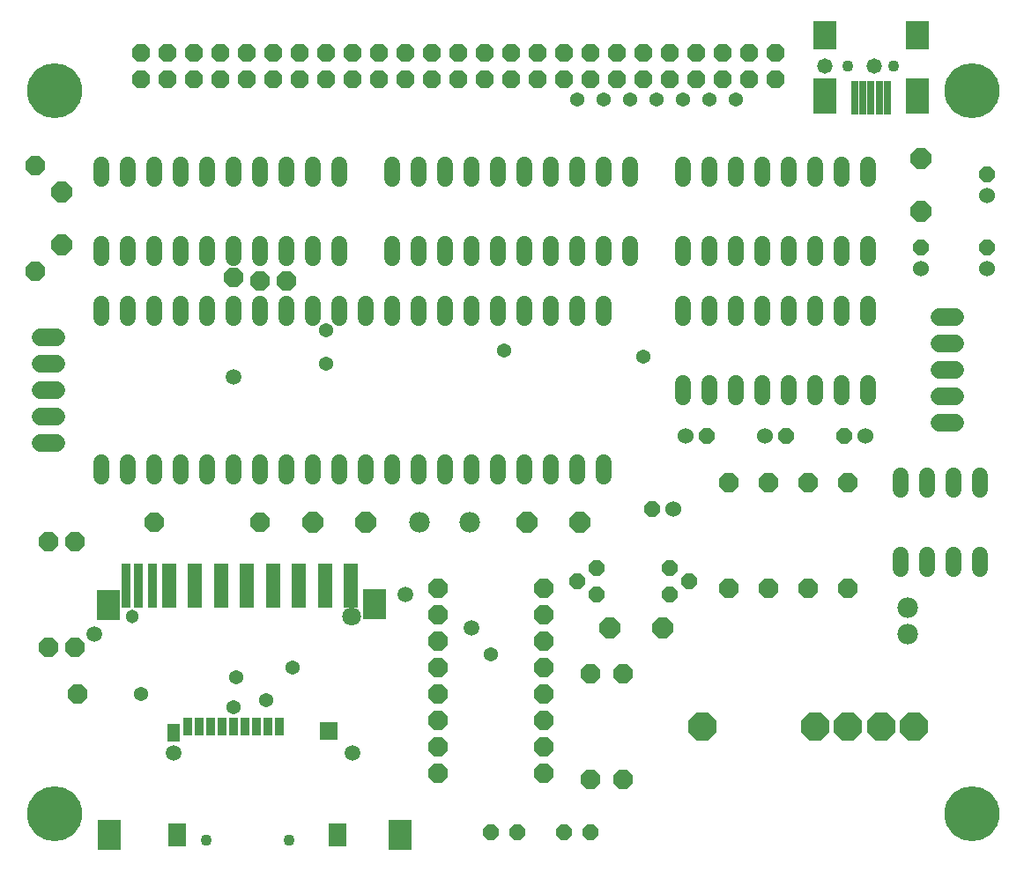
<source format=gts>
G04 EAGLE Gerber RS-274X export*
G75*
%MOMM*%
%FSLAX34Y34*%
%LPD*%
%INTop Soldermask*%
%IPPOS*%
%AMOC8*
5,1,8,0,0,1.08239X$1,22.5*%
G01*
%ADD10P,1.869504X8X202.500000*%
%ADD11C,1.524000*%
%ADD12C,1.981200*%
%ADD13P,2.969212X8X292.500000*%
%ADD14P,2.034460X8X292.500000*%
%ADD15R,2.203200X3.003200*%
%ADD16R,0.903200X4.203200*%
%ADD17R,1.403200X4.203200*%
%ADD18C,1.303200*%
%ADD19C,1.803200*%
%ADD20P,2.034460X8X112.500000*%
%ADD21P,2.034460X8X202.500000*%
%ADD22P,2.034460X8X22.500000*%
%ADD23P,1.649562X8X292.500000*%
%ADD24P,1.649562X8X112.500000*%
%ADD25C,1.524000*%
%ADD26P,1.649562X8X22.500000*%
%ADD27P,1.649562X8X202.500000*%
%ADD28C,1.727200*%
%ADD29P,2.144431X8X112.500000*%
%ADD30P,2.144431X8X22.500000*%
%ADD31P,2.144431X8X202.500000*%
%ADD32P,2.006968X8X22.500000*%
%ADD33R,2.203200X2.703200*%
%ADD34R,2.203200X3.503200*%
%ADD35R,0.703200X3.303200*%
%ADD36C,1.103200*%
%ADD37R,0.965200X1.727200*%
%ADD38R,1.219200X1.727200*%
%ADD39R,1.727200X2.235200*%
%ADD40R,1.727200X1.727200*%
%ADD41C,1.092200*%
%ADD42C,1.511200*%
%ADD43C,1.473200*%
%ADD44C,1.371600*%
%ADD45C,5.283200*%


D10*
X730250Y774700D03*
X730250Y749300D03*
X704850Y774700D03*
X704850Y749300D03*
X679450Y774700D03*
X679450Y749300D03*
X654050Y774700D03*
X654050Y749300D03*
X628650Y774700D03*
X628650Y749300D03*
X603250Y774700D03*
X603250Y749300D03*
X577850Y774700D03*
X577850Y749300D03*
X552450Y774700D03*
X552450Y749300D03*
X527050Y774700D03*
X527050Y749300D03*
X501650Y774700D03*
X501650Y749300D03*
X476250Y774700D03*
X476250Y749300D03*
X450850Y774700D03*
X450850Y749300D03*
X425450Y774700D03*
X425450Y749300D03*
X400050Y774700D03*
X400050Y749300D03*
X374650Y774700D03*
X374650Y749300D03*
X349250Y774700D03*
X349250Y749300D03*
X323850Y774700D03*
X323850Y749300D03*
X298450Y774700D03*
X298450Y749300D03*
X273050Y774700D03*
X273050Y749300D03*
X247650Y774700D03*
X247650Y749300D03*
X222250Y749300D03*
X222250Y774700D03*
X196850Y774700D03*
X171450Y774700D03*
X146050Y774700D03*
X146050Y749300D03*
X171450Y749300D03*
X196850Y749300D03*
X120650Y749300D03*
X120650Y774700D03*
D11*
X311150Y667004D02*
X311150Y653796D01*
X285750Y653796D02*
X285750Y667004D01*
X260350Y667004D02*
X260350Y653796D01*
X234950Y653796D02*
X234950Y667004D01*
X209550Y667004D02*
X209550Y653796D01*
X184150Y653796D02*
X184150Y667004D01*
X158750Y667004D02*
X158750Y653796D01*
X133350Y653796D02*
X133350Y667004D01*
X107950Y667004D02*
X107950Y653796D01*
X82550Y653796D02*
X82550Y667004D01*
X82550Y590804D02*
X82550Y577596D01*
X107950Y577596D02*
X107950Y590804D01*
X133350Y590804D02*
X133350Y577596D01*
X158750Y577596D02*
X158750Y590804D01*
X184150Y590804D02*
X184150Y577596D01*
X209550Y577596D02*
X209550Y590804D01*
X234950Y590804D02*
X234950Y577596D01*
X260350Y577596D02*
X260350Y590804D01*
X285750Y590804D02*
X285750Y577596D01*
X311150Y577596D02*
X311150Y590804D01*
X590550Y653796D02*
X590550Y667004D01*
X565150Y667004D02*
X565150Y653796D01*
X438150Y653796D02*
X438150Y667004D01*
X412750Y667004D02*
X412750Y653796D01*
X539750Y653796D02*
X539750Y667004D01*
X514350Y667004D02*
X514350Y653796D01*
X463550Y653796D02*
X463550Y667004D01*
X488950Y667004D02*
X488950Y653796D01*
X387350Y653796D02*
X387350Y667004D01*
X361950Y667004D02*
X361950Y653796D01*
X361950Y590804D02*
X361950Y577596D01*
X387350Y577596D02*
X387350Y590804D01*
X412750Y590804D02*
X412750Y577596D01*
X438150Y577596D02*
X438150Y590804D01*
X463550Y590804D02*
X463550Y577596D01*
X488950Y577596D02*
X488950Y590804D01*
X514350Y590804D02*
X514350Y577596D01*
X539750Y577596D02*
X539750Y590804D01*
X565150Y590804D02*
X565150Y577596D01*
X590550Y577596D02*
X590550Y590804D01*
X819150Y653796D02*
X819150Y667004D01*
X793750Y667004D02*
X793750Y653796D01*
X666750Y653796D02*
X666750Y667004D01*
X641350Y667004D02*
X641350Y653796D01*
X768350Y653796D02*
X768350Y667004D01*
X742950Y667004D02*
X742950Y653796D01*
X692150Y653796D02*
X692150Y667004D01*
X717550Y667004D02*
X717550Y653796D01*
X641350Y590804D02*
X641350Y577596D01*
X666750Y577596D02*
X666750Y590804D01*
X692150Y590804D02*
X692150Y577596D01*
X717550Y577596D02*
X717550Y590804D01*
X742950Y590804D02*
X742950Y577596D01*
X768350Y577596D02*
X768350Y590804D01*
X793750Y590804D02*
X793750Y577596D01*
X819150Y577596D02*
X819150Y590804D01*
X850900Y292354D02*
X850900Y279146D01*
X876300Y279146D02*
X876300Y292354D01*
X876300Y355346D02*
X876300Y368554D01*
X850900Y368554D02*
X850900Y355346D01*
X901700Y292354D02*
X901700Y279146D01*
X927100Y279146D02*
X927100Y292354D01*
X901700Y355346D02*
X901700Y368554D01*
X927100Y368554D02*
X927100Y355346D01*
D12*
X857250Y215900D03*
X857250Y241300D03*
D13*
X863600Y127000D03*
X660400Y127000D03*
X831850Y127000D03*
X800100Y127000D03*
X768350Y127000D03*
D14*
X762000Y361950D03*
X762000Y260350D03*
X723900Y361950D03*
X723900Y260350D03*
X800100Y361950D03*
X800100Y260350D03*
D15*
X90600Y23300D03*
X369600Y23300D03*
X89600Y244000D03*
D16*
X106600Y263000D03*
X131600Y263000D03*
D17*
X147600Y263000D03*
X172600Y263000D03*
X197600Y263000D03*
X272600Y263000D03*
X222600Y263000D03*
X297600Y263000D03*
X247600Y263000D03*
X322600Y263000D03*
D16*
X118600Y263000D03*
D15*
X345600Y245000D03*
D18*
X112600Y233000D03*
D19*
X323600Y233000D03*
D20*
X31750Y203200D03*
X31750Y304800D03*
X57150Y203200D03*
X57150Y304800D03*
D21*
X508000Y234950D03*
X406400Y234950D03*
X508000Y107950D03*
X406400Y107950D03*
X508000Y158750D03*
X406400Y158750D03*
D22*
X406400Y82550D03*
X508000Y82550D03*
X133350Y323850D03*
X234950Y323850D03*
X406400Y260350D03*
X508000Y260350D03*
X406400Y184150D03*
X508000Y184150D03*
X406400Y133350D03*
X508000Y133350D03*
X406400Y209550D03*
X508000Y209550D03*
D23*
X628650Y279400D03*
X647700Y266700D03*
X628650Y254000D03*
D14*
X685800Y361950D03*
X685800Y260350D03*
D11*
X819150Y520446D02*
X819150Y533654D01*
X793750Y533654D02*
X793750Y520446D01*
X768350Y520446D02*
X768350Y533654D01*
X742950Y533654D02*
X742950Y520446D01*
X717550Y520446D02*
X717550Y533654D01*
X692150Y533654D02*
X692150Y520446D01*
X666750Y520446D02*
X666750Y533654D01*
X641350Y533654D02*
X641350Y520446D01*
X641350Y457454D02*
X641350Y444246D01*
X666750Y444246D02*
X666750Y457454D01*
X692150Y457454D02*
X692150Y444246D01*
X717550Y444246D02*
X717550Y457454D01*
X742950Y457454D02*
X742950Y444246D01*
X768350Y444246D02*
X768350Y457454D01*
X793750Y457454D02*
X793750Y444246D01*
X819150Y444246D02*
X819150Y457454D01*
D24*
X933450Y588010D03*
D25*
X933450Y567690D03*
D24*
X869950Y588010D03*
D25*
X869950Y567690D03*
D26*
X740410Y406400D03*
D25*
X720090Y406400D03*
D26*
X664210Y406400D03*
D25*
X643890Y406400D03*
D27*
X796290Y406400D03*
D25*
X816610Y406400D03*
D28*
X887730Y520700D02*
X902970Y520700D01*
X902970Y495300D02*
X887730Y495300D01*
X887730Y469900D02*
X902970Y469900D01*
X902970Y444500D02*
X887730Y444500D01*
X887730Y419100D02*
X902970Y419100D01*
D26*
X457200Y25400D03*
X482600Y25400D03*
X527050Y25400D03*
X552450Y25400D03*
D20*
X584200Y76200D03*
X584200Y177800D03*
X552450Y76200D03*
X552450Y177800D03*
D29*
X44450Y590550D03*
X44450Y641350D03*
D24*
X933450Y657860D03*
D25*
X933450Y637540D03*
D29*
X869950Y622300D03*
X869950Y673100D03*
D27*
X612140Y336550D03*
D25*
X632460Y336550D03*
D30*
X571500Y222250D03*
X622300Y222250D03*
D11*
X82550Y368046D02*
X82550Y381254D01*
X107950Y381254D02*
X107950Y368046D01*
X133350Y368046D02*
X133350Y381254D01*
X158750Y381254D02*
X158750Y368046D01*
X184150Y368046D02*
X184150Y381254D01*
X209550Y381254D02*
X209550Y368046D01*
X234950Y368046D02*
X234950Y381254D01*
X260350Y381254D02*
X260350Y368046D01*
X285750Y368046D02*
X285750Y381254D01*
X311150Y381254D02*
X311150Y368046D01*
X336550Y368046D02*
X336550Y381254D01*
X361950Y381254D02*
X361950Y368046D01*
X387350Y368046D02*
X387350Y381254D01*
X412750Y381254D02*
X412750Y368046D01*
X438150Y368046D02*
X438150Y381254D01*
X463550Y381254D02*
X463550Y368046D01*
X488950Y368046D02*
X488950Y381254D01*
X514350Y381254D02*
X514350Y368046D01*
X539750Y368046D02*
X539750Y381254D01*
X565150Y381254D02*
X565150Y368046D01*
X565150Y520446D02*
X565150Y533654D01*
X539750Y533654D02*
X539750Y520446D01*
X514350Y520446D02*
X514350Y533654D01*
X488950Y533654D02*
X488950Y520446D01*
X463550Y520446D02*
X463550Y533654D01*
X438150Y533654D02*
X438150Y520446D01*
X412750Y520446D02*
X412750Y533654D01*
X387350Y533654D02*
X387350Y520446D01*
X361950Y520446D02*
X361950Y533654D01*
X336550Y533654D02*
X336550Y520446D01*
X311150Y520446D02*
X311150Y533654D01*
X285750Y533654D02*
X285750Y520446D01*
X260350Y520446D02*
X260350Y533654D01*
X234950Y533654D02*
X234950Y520446D01*
X209550Y520446D02*
X209550Y533654D01*
X184150Y533654D02*
X184150Y520446D01*
X158750Y520446D02*
X158750Y533654D01*
X133350Y533654D02*
X133350Y520446D01*
X107950Y520446D02*
X107950Y533654D01*
X82550Y533654D02*
X82550Y520446D01*
D28*
X39370Y501650D02*
X24130Y501650D01*
X24130Y476250D02*
X39370Y476250D01*
X39370Y450850D02*
X24130Y450850D01*
X24130Y425450D02*
X39370Y425450D01*
X39370Y400050D02*
X24130Y400050D01*
D20*
X19050Y565150D03*
X19050Y666750D03*
D30*
X285750Y323850D03*
X336550Y323850D03*
D31*
X542925Y323850D03*
X492125Y323850D03*
D12*
X388620Y323850D03*
X436880Y323850D03*
D24*
X558800Y254000D03*
X539750Y266700D03*
X558800Y279400D03*
D32*
X209550Y558800D03*
X234950Y555625D03*
X260350Y555625D03*
X60325Y158750D03*
D33*
X777825Y792000D03*
X866825Y792000D03*
D34*
X777825Y733000D03*
X866825Y733000D03*
D35*
X838325Y732000D03*
X830325Y732000D03*
X822325Y732000D03*
X814325Y732000D03*
X806325Y732000D03*
D36*
X844325Y762000D03*
X800325Y762000D03*
D37*
X253550Y127000D03*
X242550Y127000D03*
X231550Y127000D03*
X220550Y127000D03*
X209550Y127000D03*
X198550Y127000D03*
X187550Y127000D03*
X176550Y127000D03*
X165550Y127000D03*
D38*
X152090Y121000D03*
D39*
X155550Y23270D03*
D40*
X301360Y123080D03*
D39*
X309550Y23270D03*
D41*
X183550Y18000D03*
X263550Y18000D03*
D42*
X374650Y254000D03*
D43*
X777875Y762000D03*
D42*
X323850Y101600D03*
X152090Y101600D03*
X76200Y215900D03*
D44*
X692150Y730250D03*
X666750Y730250D03*
X641350Y730250D03*
X615950Y730250D03*
X590550Y730250D03*
X565150Y730250D03*
X539750Y730250D03*
X298450Y476250D03*
X298450Y508000D03*
D42*
X209550Y463550D03*
D43*
X825500Y762000D03*
D44*
X469900Y488950D03*
X603250Y482600D03*
X241300Y152400D03*
X266700Y184150D03*
X209550Y146050D03*
X212725Y174625D03*
D42*
X438150Y222250D03*
D44*
X457200Y196850D03*
X120650Y158750D03*
D45*
X38100Y43180D03*
X38100Y738505D03*
X919480Y43180D03*
X919480Y738505D03*
M02*

</source>
